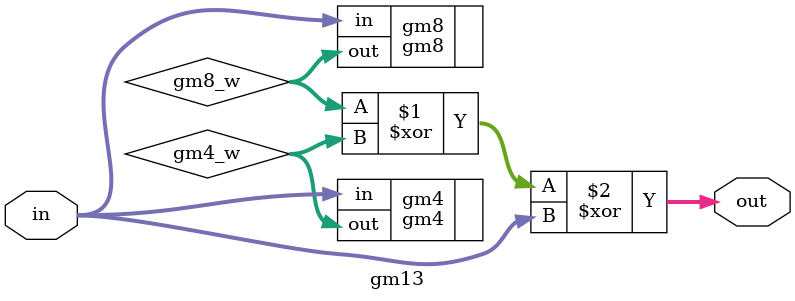
<source format=sv>
module gm13 (input logic [7:0] in,
             output logic [7:0] out);

logic [7:0] gm8_w;
logic [7:0] gm4_w;
gm8 gm8 (.in (in),
           .out(gm8_w));
         
gm4 gm4 (.in (in),
         .out(gm4_w));
assign out = gm8_w ^ gm4_w ^ in;
    
endmodule
</source>
